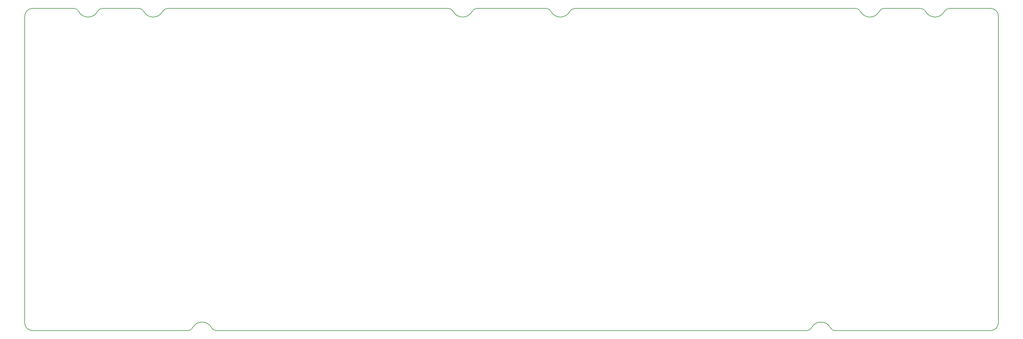
<source format=gbr>
G04 #@! TF.GenerationSoftware,KiCad,Pcbnew,(5.1.12-1-10_14)*
G04 #@! TF.CreationDate,2022-02-25T17:32:09+01:00*
G04 #@! TF.ProjectId,lumberjack,6c756d62-6572-46a6-9163-6b2e6b696361,1.5*
G04 #@! TF.SameCoordinates,Original*
G04 #@! TF.FileFunction,Profile,NP*
%FSLAX46Y46*%
G04 Gerber Fmt 4.6, Leading zero omitted, Abs format (unit mm)*
G04 Created by KiCad (PCBNEW (5.1.12-1-10_14)) date 2022-02-25 17:32:09*
%MOMM*%
%LPD*%
G01*
G04 APERTURE LIST*
G04 #@! TA.AperFunction,Profile*
%ADD10C,0.200000*%
G04 #@! TD*
G04 APERTURE END LIST*
D10*
X279018070Y-56100201D02*
G75*
G02*
X273431928Y-56100201I-2793071J1456451D01*
G01*
X272101893Y-55293750D02*
G75*
G02*
X273431928Y-56100201I1J-1500000D01*
G01*
X279018071Y-56100202D02*
G75*
G02*
X280348105Y-55293750I1330034J-693548D01*
G01*
X292500000Y-55293750D02*
X280348105Y-55293750D01*
X43501894Y-55293750D02*
X32698106Y-55293750D01*
X43501893Y-55293750D02*
G75*
G02*
X44831928Y-56100201I1J-1500000D01*
G01*
X50418070Y-56100201D02*
G75*
G02*
X44831928Y-56100201I-2793071J1456451D01*
G01*
X50418071Y-56100202D02*
G75*
G02*
X51748105Y-55293750I1330034J-693548D01*
G01*
X259968071Y-56100201D02*
G75*
G02*
X254381929Y-56100201I-2793071J1456451D01*
G01*
X57789395Y-149493750D02*
X12300000Y-149493750D01*
X169480571Y-56100201D02*
G75*
G02*
X163894429Y-56100201I-2793071J1456451D01*
G01*
X162564394Y-55293750D02*
X142235606Y-55293750D01*
X10050000Y-147243750D02*
X10050000Y-57543750D01*
X169480572Y-56100202D02*
G75*
G02*
X170810606Y-55293750I1330034J-693548D01*
G01*
X272101893Y-55293750D02*
X261298106Y-55293750D01*
X292500000Y-149493750D02*
X247010606Y-149493750D01*
X31368072Y-56100202D02*
G75*
G02*
X32698106Y-55293750I1330034J-693548D01*
G01*
X259968072Y-56100202D02*
G75*
G02*
X261298106Y-55293750I1330034J-693548D01*
G01*
X12300000Y-149493750D02*
G75*
G02*
X10050000Y-147243750I0J2250000D01*
G01*
X133989394Y-55293750D02*
G75*
G02*
X135319429Y-56100201I1J-1500000D01*
G01*
X294750000Y-147243750D02*
G75*
G02*
X292500000Y-149493750I-2250000J0D01*
G01*
X140905571Y-56100201D02*
G75*
G02*
X135319429Y-56100201I-2793071J1456451D01*
G01*
X59119429Y-148687298D02*
G75*
G02*
X57789395Y-149493750I-1330034J693548D01*
G01*
X24451895Y-55293750D02*
X12300000Y-55293750D01*
X66035606Y-149493750D02*
G75*
G02*
X64705572Y-148687298I0J1500000D01*
G01*
X59119427Y-148687298D02*
G75*
G02*
X64705572Y-148687298I2793073J-1456452D01*
G01*
X240094427Y-148687298D02*
G75*
G02*
X245680572Y-148687298I2793073J-1456452D01*
G01*
X162564394Y-55293750D02*
G75*
G02*
X163894429Y-56100201I1J-1500000D01*
G01*
X292500000Y-55293750D02*
G75*
G02*
X294750000Y-57543750I0J-2250000D01*
G01*
X247010606Y-149493750D02*
G75*
G02*
X245680572Y-148687298I0J1500000D01*
G01*
X31368071Y-56100201D02*
G75*
G02*
X25781929Y-56100201I-2793071J1456451D01*
G01*
X253051894Y-55293750D02*
G75*
G02*
X254381929Y-56100201I1J-1500000D01*
G01*
X10050000Y-57543750D02*
G75*
G02*
X12300000Y-55293750I2250000J0D01*
G01*
X133989395Y-55293750D02*
X51748105Y-55293750D01*
X24451894Y-55293750D02*
G75*
G02*
X25781929Y-56100201I1J-1500000D01*
G01*
X238764395Y-149493750D02*
X66035606Y-149493750D01*
X140905572Y-56100202D02*
G75*
G02*
X142235606Y-55293750I1330034J-693548D01*
G01*
X294750000Y-147243750D02*
X294750000Y-57543750D01*
X240094429Y-148687298D02*
G75*
G02*
X238764395Y-149493750I-1330034J693548D01*
G01*
X253051895Y-55293750D02*
X170810606Y-55293750D01*
M02*

</source>
